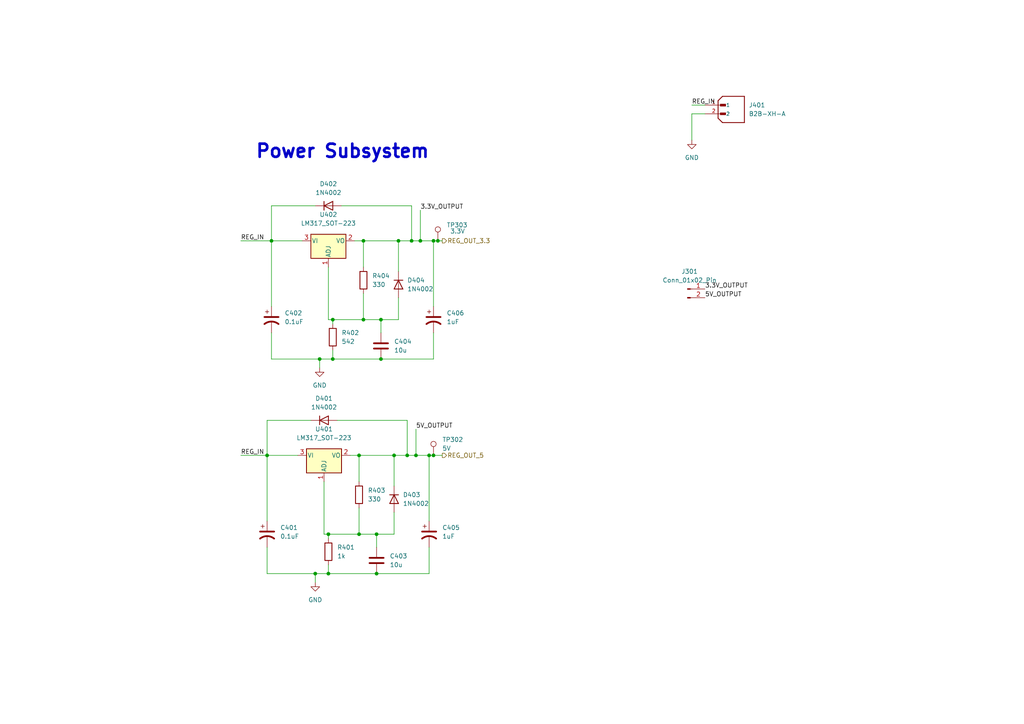
<source format=kicad_sch>
(kicad_sch (version 20250114) (generator "eeschema") (generator_version "9.0")
  (paper "A4")
  (lib_symbols
    (symbol "Battery Connector(JST-XH):B2B-XH-A" (pin_names (offset 1.016))
      (property "Reference" "J" (at -2.54 6.35 0))
      (property "Value" "B2B-XH-A" (at -2.54 -5.08 0))
      (symbol "B2B-XH-A_0_0"
        (polyline (pts (xy -3.81 3.81) (xy -3.81 -1.27)) (stroke (width 0.254)))
        (polyline (pts (xy -3.81 3.81) (xy -2.54 5.08)) (stroke (width 0.254)))
        (polyline (pts (xy -3.81 -1.27) (xy -2.54 -2.54)) (stroke (width 0.254)))
        (rectangle (start -3.175 2.2225) (end -1.5875 2.8575) (stroke (width 0.1)) (fill (type outline)))
        (rectangle (start -3.175 -0.3175) (end -1.5875 0.3175) (stroke (width 0.1)) (fill (type outline)))
        (polyline (pts (xy -2.54 -2.54) (xy 3.81 -2.54)) (stroke (width 0.254)))
        (polyline (pts (xy 3.81 5.08) (xy -2.54 5.08)) (stroke (width 0.254)))
        (polyline (pts (xy 3.81 -2.54) (xy 3.81 5.08)) (stroke (width 0.254)))
        (pin passive line (at -7.62 2.54 0) (length 5.08) (name "1") (number "1"))
        (pin passive line (at -7.62 0 0) (length 5.08) (name "2") (number "2"))
      )
    )
    (symbol "Connector:Conn_01x02_Pin" (pin_names (offset 1.016) (hide yes))
      (property "Reference" "J" (at 0 2.54 0))
      (property "Value" "Conn_01x02_Pin" (at 0 -5.08 0))
      (symbol "Conn_01x02_Pin_1_1"
        (rectangle (start 0.8636 0.127) (end 0 -0.127) (stroke (width 0.1524)) (fill (type outline)))
        (rectangle (start 0.8636 -2.413) (end 0 -2.667) (stroke (width 0.1524)) (fill (type outline)))
        (polyline (pts (xy 1.27 0) (xy 0.8636 0)) (stroke (width 0.1524)))
        (polyline (pts (xy 1.27 -2.54) (xy 0.8636 -2.54)) (stroke (width 0.1524)))
        (pin passive line (at 5.08 0 180) (length 3.81) (name "Pin_1") (number "1"))
        (pin passive line (at 5.08 -2.54 180) (length 3.81) (name "Pin_2") (number "2"))
      )
    )
    (symbol "Connector:TestPoint" (pin_numbers (hide yes)) (pin_names (offset 0.762) (hide yes))
      (property "Reference" "TP" (at 0 6.858 0))
      (property "Value" "TestPoint" (at 0 5.08 0))
      (symbol "TestPoint_0_1"
        (circle (center 0 3.302) (radius 0.762))
      )
      (symbol "TestPoint_1_1"
        (pin passive line (at 0 0 90) (length 2.54) (name "1") (number "1"))
      )
    )
    (symbol "Device:C_Polarized_US" (pin_numbers (hide yes)) (pin_names (offset 0.254) (hide yes))
      (property "Reference" "C" (at 0.635 2.54 0))
      (property "Value" "C_Polarized_US" (at 0.635 -2.54 0))
      (symbol "C_Polarized_US_0_1"
        (polyline (pts (xy -2.032 0.762) (xy 2.032 0.762)) (stroke (width 0.508)))
        (polyline (pts (xy -1.778 2.286) (xy -0.762 2.286)))
        (polyline (pts (xy -1.27 1.778) (xy -1.27 2.794)))
        (arc (start -2.032 -1.27) (mid 0 -0.5572) (end 2.032 -1.27) (stroke (width 0.508)))
      )
      (symbol "C_Polarized_US_1_1"
        (pin passive line (at 0 3.81 270) (length 2.794) (name "~") (number "1"))
        (pin passive line (at 0 -3.81 90) (length 3.302) (name "~") (number "2"))
      )
    )
    (symbol "Device:R" (pin_numbers (hide yes)) (pin_names (offset 0))
      (property "Reference" "R" (at 2.032 0 90))
      (property "Value" "R" (at 0 0 90))
      (symbol "R_0_1"
        (rectangle (start -1.016 -2.54) (end 1.016 2.54) (stroke (width 0.254)))
      )
      (symbol "R_1_1"
        (pin passive line (at 0 3.81 270) (length 1.27) (name "~") (number "1"))
        (pin passive line (at 0 -3.81 90) (length 1.27) (name "~") (number "2"))
      )
    )
    (symbol "Diode:1N4002" (pin_numbers (hide yes)) (pin_names (offset 1.016) (hide yes))
      (property "Reference" "D" (at 0 2.54 0))
      (property "Value" "1N4002" (at 0 -2.54 0))
      (symbol "1N4002_0_1"
        (polyline (pts (xy -1.27 1.27) (xy -1.27 -1.27)) (stroke (width 0.254)))
        (polyline (pts (xy 1.27 1.27) (xy 1.27 -1.27) (xy -1.27 0) (xy 1.27 1.27)) (stroke (width 0.254)))
        (polyline (pts (xy 1.27 0) (xy -1.27 0)))
      )
      (symbol "1N4002_1_1"
        (pin passive line (at -3.81 0 0) (length 2.54) (name "K") (number "1"))
        (pin passive line (at 3.81 0 180) (length 2.54) (name "A") (number "2"))
      )
    )
    (symbol "GND_1" (power) (pin_numbers (hide yes)) (pin_names (offset 0) (hide yes))
      (property "Value" "GND" (at 0 -3.81 0))
      (symbol "GND_1_0_1"
        (polyline (pts (xy 0 0) (xy 0 -1.27) (xy 1.27 -1.27) (xy 0 -2.54) (xy -1.27 -1.27) (xy 0 -1.27)))
      )
      (symbol "GND_1_1_1"
        (pin power_in line (at 0 0 270) (length 0) (name "~") (number "1"))
      )
    )
    (symbol "Regulator_Linear:LM317_SOT-223" (pin_names (offset 0.254))
      (property "Reference" "U" (at -3.81 3.175 0))
      (property "Value" "LM317_SOT-223" (at 0 3.175 0))
      (symbol "LM317_SOT-223_0_1"
        (rectangle (start -5.08 1.905) (end 5.08 -5.08) (stroke (width 0.254)) (fill (type background)))
      )
      (symbol "LM317_SOT-223_1_1"
        (pin power_in line (at -7.62 0 0) (length 2.54) (name "VI") (number "3"))
        (pin input line (at 0 -7.62 90) (length 2.54) (name "ADJ") (number "1"))
        (pin power_out line (at 7.62 0 180) (length 2.54) (name "VO") (number "2"))
      )
    )
    (symbol "basic:C" (pin_numbers (hide yes)) (pin_names (offset 0.254))
      (property "Reference" "C" (at 0.635 2.54 0))
      (symbol "C_0_1"
        (polyline (pts (xy -2.032 0.762) (xy 2.032 0.762)) (stroke (width 0.508)))
        (polyline (pts (xy -2.032 -0.762) (xy 2.032 -0.762)) (stroke (width 0.508)))
      )
      (symbol "C_1_1"
        (pin passive line (at 0 3.81 270) (length 2.794) (name "~") (number "1"))
        (pin passive line (at 0 -3.81 90) (length 2.794) (name "~") (number "2"))
      )
    )
    (symbol "power:GND" (power) (pin_names (offset 0))
      (property "Value" "GND" (at 0 -3.81 0))
      (symbol "GND_0_1"
        (polyline (pts (xy 0 0) (xy 0 -1.27) (xy 1.27 -1.27) (xy 0 -2.54) (xy -1.27 -1.27) (xy 0 -1.27)))
      )
      (symbol "GND_1_1"
        (pin power_in line (at 0 0 270) (length 0) (hide yes) (name "GND") (number "1"))
      )
    )
  )
  (text "Power Subsystem\n" (at 73.914 46.228 0) (effects (font (size 3.81 3.81) (thickness 0.762) (bold yes)) (justify left bottom)))
  (junction (at 124.46 132.08))
  (junction (at 77.47 132.08))
  (junction (at 109.22 166.37))
  (junction (at 121.92 69.85))
  (junction (at 119.38 69.85))
  (junction (at 105.41 92.71))
  (junction (at 104.14 132.08))
  (junction (at 110.49 92.71))
  (junction (at 114.3 132.08))
  (junction (at 127 69.85))
  (junction (at 96.52 104.14))
  (junction (at 118.11 132.08))
  (junction (at 91.44 166.37))
  (junction (at 110.49 104.14))
  (junction (at 115.57 69.85))
  (junction (at 92.71 104.14))
  (junction (at 95.25 166.37))
  (junction (at 78.74 69.85))
  (junction (at 125.73 69.85))
  (junction (at 109.22 154.94))
  (junction (at 96.52 92.71))
  (junction (at 95.25 154.94))
  (junction (at 105.41 69.85))
  (junction (at 125.73 132.08))
  (junction (at 104.14 154.94))
  (junction (at 120.65 132.08))
  (wire (pts (xy 96.52 101.6) (xy 96.52 104.14)))
  (wire (pts (xy 99.06 59.69) (xy 119.38 59.69)))
  (wire (pts (xy 125.73 69.85) (xy 127 69.85)))
  (wire (pts (xy 102.87 69.85) (xy 105.41 69.85)))
  (wire (pts (xy 110.49 92.71) (xy 110.49 96.52)))
  (wire (pts (xy 115.57 92.71) (xy 110.49 92.71)))
  (wire (pts (xy 105.41 69.85) (xy 105.41 77.47)))
  (wire (pts (xy 92.71 104.14) (xy 92.71 106.68)))
  (wire (pts (xy 114.3 148.59) (xy 114.3 154.94)))
  (wire (pts (xy 101.6 132.08) (xy 104.14 132.08)))
  (wire (pts (xy 97.79 121.92) (xy 118.11 121.92)))
  (wire (pts (xy 124.46 132.08) (xy 124.46 151.13)))
  (wire (pts (xy 95.25 166.37) (xy 109.22 166.37)))
  (wire (pts (xy 96.52 92.71) (xy 105.41 92.71)))
  (wire (pts (xy 124.46 132.08) (xy 125.73 132.08)))
  (wire (pts (xy 115.57 86.36) (xy 115.57 92.71)))
  (wire (pts (xy 121.92 60.96) (xy 121.92 69.85)))
  (wire (pts (xy 125.73 132.08) (xy 128.27 132.08)))
  (wire (pts (xy 104.14 132.08) (xy 114.3 132.08)))
  (wire (pts (xy 96.52 104.14) (xy 110.49 104.14)))
  (wire (pts (xy 120.65 132.08) (xy 124.46 132.08)))
  (wire (pts (xy 77.47 121.92) (xy 77.47 132.08)))
  (wire (pts (xy 118.11 132.08) (xy 120.65 132.08)))
  (wire (pts (xy 78.74 59.69) (xy 78.74 69.85)))
  (wire (pts (xy 92.71 104.14) (xy 96.52 104.14)))
  (wire (pts (xy 115.57 69.85) (xy 115.57 78.74)))
  (wire (pts (xy 120.65 124.46) (xy 120.65 132.08)))
  (wire (pts (xy 104.14 147.32) (xy 104.14 154.94)))
  (wire (pts (xy 119.38 69.85) (xy 121.92 69.85)))
  (wire (pts (xy 127 69.85) (xy 128.27 69.85)))
  (wire (pts (xy 95.25 154.94) (xy 95.25 156.21)))
  (wire (pts (xy 105.41 92.71) (xy 110.49 92.71)))
  (wire (pts (xy 104.14 154.94) (xy 109.22 154.94)))
  (wire (pts (xy 95.25 77.47) (xy 95.25 92.71)))
  (wire (pts (xy 90.17 121.92) (xy 77.47 121.92)))
  (wire (pts (xy 95.25 92.71) (xy 96.52 92.71)))
  (wire (pts (xy 95.25 163.83) (xy 95.25 166.37)))
  (wire (pts (xy 77.47 132.08) (xy 77.47 151.13)))
  (wire (pts (xy 96.52 92.71) (xy 96.52 93.98)))
  (wire (pts (xy 95.25 154.94) (xy 104.14 154.94)))
  (wire (pts (xy 109.22 166.37) (xy 124.46 166.37)))
  (wire (pts (xy 104.14 132.08) (xy 104.14 139.7)))
  (wire (pts (xy 78.74 96.52) (xy 78.74 104.14)))
  (wire (pts (xy 118.11 121.92) (xy 118.11 132.08)))
  (wire (pts (xy 114.3 132.08) (xy 118.11 132.08)))
  (wire (pts (xy 77.47 158.75) (xy 77.47 166.37)))
  (wire (pts (xy 119.38 59.69) (xy 119.38 69.85)))
  (wire (pts (xy 93.98 154.94) (xy 95.25 154.94)))
  (wire (pts (xy 105.41 85.09) (xy 105.41 92.71)))
  (wire (pts (xy 110.49 104.14) (xy 125.73 104.14)))
  (wire (pts (xy 114.3 154.94) (xy 109.22 154.94)))
  (wire (pts (xy 204.47 30.48) (xy 200.66 30.48)))
  (wire (pts (xy 114.3 132.08) (xy 114.3 140.97)))
  (wire (pts (xy 125.73 96.52) (xy 125.73 104.14)))
  (wire (pts (xy 77.47 132.08) (xy 86.36 132.08)))
  (wire (pts (xy 91.44 59.69) (xy 78.74 59.69)))
  (wire (pts (xy 200.66 33.02) (xy 200.66 40.64)))
  (wire (pts (xy 115.57 69.85) (xy 119.38 69.85)))
  (wire (pts (xy 125.73 69.85) (xy 125.73 88.9)))
  (wire (pts (xy 69.85 69.85) (xy 78.74 69.85)))
  (wire (pts (xy 77.47 166.37) (xy 91.44 166.37)))
  (wire (pts (xy 78.74 104.14) (xy 92.71 104.14)))
  (wire (pts (xy 109.22 154.94) (xy 109.22 158.75)))
  (wire (pts (xy 69.85 132.08) (xy 77.47 132.08)))
  (wire (pts (xy 124.46 158.75) (xy 124.46 166.37)))
  (wire (pts (xy 105.41 69.85) (xy 115.57 69.85)))
  (wire (pts (xy 78.74 69.85) (xy 87.63 69.85)))
  (wire (pts (xy 91.44 166.37) (xy 91.44 168.91)))
  (wire (pts (xy 78.74 69.85) (xy 78.74 88.9)))
  (wire (pts (xy 121.92 69.85) (xy 125.73 69.85)))
  (wire (pts (xy 91.44 166.37) (xy 95.25 166.37)))
  (wire (pts (xy 204.47 33.02) (xy 200.66 33.02)))
  (wire (pts (xy 93.98 139.7) (xy 93.98 154.94)))
  (label "REG_IN" (at 200.66 30.48 0))
  (label "REG_IN" (at 69.85 132.08 0))
  (label "5V_OUTPUT" (at 204.47 86.36 0))
  (label "5V_OUTPUT" (at 120.65 124.46 0))
  (label "3.3V_OUTPUT" (at 204.47 83.82 0))
  (label "3.3V_OUTPUT" (at 121.92 60.96 0))
  (label "REG_IN" (at 69.85 69.85 0))
  (hierarchical_label "REG_OUT_5" (shape output) (at 128.27 132.08 0))
  (hierarchical_label "REG_OUT_3.3" (shape output) (at 128.27 69.85 0))
  (symbol (lib_id "Device:R") (at 95.25 160.02 0) (unit 1)
    (property "Reference" "R401" (at 97.79 158.7499 0) (effects (justify left)))
    (property "Value" "1k" (at 97.79 161.2899 0) (effects (justify left)))
    (property "Footprint" "Resistor_SMD:R_0805_2012Metric_Pad1.20x1.40mm_HandSolder" (effects (hide yes)))
  )
  (symbol (lib_id "Diode:1N4002") (at 95.25 59.69 0) (unit 1)
    (property "Reference" "D402" (at 95.25 53.34 0))
    (property "Value" "1N4002" (at 95.25 55.88 0))
    (property "Footprint" "Diode_THT:D_DO-41_SOD81_P10.16mm_Horizontal" (effects (hide yes)))
    (property "Datasheet" "http://www.vishay.com/docs/88503/1n4001.pdf" (effects (hide yes)))
  )
  (symbol (lib_id "Device:C_Polarized_US") (at 125.73 92.71 0) (unit 1)
    (property "Reference" "C406" (at 129.54 90.8049 0) (effects (justify left)))
    (property "Value" "1uF" (at 129.54 93.3449 0) (effects (justify left)))
    (property "Footprint" "Capacitor_SMD:C_0603_1608Metric_Pad1.08x0.95mm_HandSolder" (effects (hide yes)))
  )
  (symbol (lib_id "Device:C_Polarized_US") (at 77.47 154.94 0) (unit 1)
    (property "Reference" "C401" (at 81.28 153.0349 0) (effects (justify left)))
    (property "Value" "0.1uF" (at 81.28 155.5749 0) (effects (justify left)))
    (property "Footprint" "Capacitor_SMD:C_0603_1608Metric_Pad1.08x0.95mm_HandSolder" (effects (hide yes)))
  )
  (symbol (lib_id "Regulator_Linear:LM317_SOT-223") (at 93.98 132.08 0) (unit 1)
    (property "Reference" "U401" (at 93.98 124.46 0))
    (property "Value" "LM317_SOT-223" (at 93.98 127 0))
    (property "Footprint" "Package_TO_SOT_SMD:SOT-223-3_TabPin2" (effects (hide yes)))
    (property "Datasheet" "http://www.ti.com/lit/ds/symlink/lm317.pdf" (effects (hide yes)))
  )
  (symbol (lib_id "Diode:1N4002") (at 93.98 121.92 0) (unit 1)
    (property "Reference" "D401" (at 93.98 115.57 0))
    (property "Value" "1N4002" (at 93.98 118.11 0))
    (property "Footprint" "Diode_THT:D_DO-41_SOD81_P10.16mm_Horizontal" (effects (hide yes)))
    (property "Datasheet" "http://www.vishay.com/docs/88503/1n4001.pdf" (effects (hide yes)))
  )
  (symbol (lib_id "Diode:1N4002") (at 114.3 144.78 270) (unit 1)
    (property "Reference" "D403" (at 116.84 143.5099 90) (effects (justify left)))
    (property "Value" "1N4002" (at 116.84 146.0499 90) (effects (justify left)))
    (property "Footprint" "Diode_THT:D_DO-41_SOD81_P10.16mm_Horizontal" (effects (hide yes)))
    (property "Datasheet" "http://www.vishay.com/docs/88503/1n4001.pdf" (effects (hide yes)))
  )
  (symbol (lib_id "power:GND") (at 91.44 168.91 0) (unit 1)
    (property "Reference" "#PWR0130" (effects (hide yes)))
    (property "Value" "GND" (at 91.44 173.99 0))
  )
  (symbol (lib_id "Device:R") (at 105.41 81.28 0) (unit 1)
    (property "Reference" "R404" (at 107.95 80.0099 0) (effects (justify left)))
    (property "Value" "330" (at 107.95 82.5499 0) (effects (justify left)))
    (property "Footprint" "Resistor_SMD:R_0805_2012Metric_Pad1.20x1.40mm_HandSolder" (effects (hide yes)))
  )
  (symbol (lib_id "Device:C_Polarized_US") (at 78.74 92.71 0) (unit 1)
    (property "Reference" "C402" (at 82.55 90.8049 0) (effects (justify left)))
    (property "Value" "0.1uF" (at 82.55 93.3449 0) (effects (justify left)))
    (property "Footprint" "Capacitor_SMD:C_0603_1608Metric_Pad1.08x0.95mm_HandSolder" (effects (hide yes)))
  )
  (symbol (lib_id "Regulator_Linear:LM317_SOT-223") (at 95.25 69.85 0) (unit 1)
    (property "Reference" "U402" (at 95.25 62.23 0))
    (property "Value" "LM317_SOT-223" (at 95.25 64.77 0))
    (property "Footprint" "Package_TO_SOT_SMD:SOT-223-3_TabPin2" (effects (hide yes)))
    (property "Datasheet" "http://www.ti.com/lit/ds/symlink/lm317.pdf" (effects (hide yes)))
  )
  (symbol (lib_id "Connector:TestPoint") (at 125.73 132.08 0) (unit 1)
    (property "Reference" "TP302" (at 128.27 127.5079 0) (effects (justify left)))
    (property "Value" "5V" (at 128.27 130.0479 0) (effects (justify left)))
    (property "Footprint" "TestPoint:TestPoint_Keystone_5000-5004_Miniature" (effects (hide yes)))
  )
  (symbol (lib_id "Connector:TestPoint") (at 127 69.85 0) (unit 1)
    (property "Reference" "TP303" (at 129.54 65.2779 0) (effects (justify left)))
    (property "Value" "3.3V" (at 130.556 67.056 0) (effects (justify left)))
    (property "Footprint" "TestPoint:TestPoint_Keystone_5000-5004_Miniature" (effects (hide yes)))
  )
  (symbol (lib_id "Battery Connector(JST-XH):B2B-XH-A") (at 212.09 33.02 0) (unit 1)
    (property "Reference" "J401" (at 217.17 30.4799 0) (effects (justify left)))
    (property "Value" "B2B-XH-A" (at 217.17 33.0199 0) (effects (justify left)))
    (property "Footprint" "B2B_XH_A:JST_B2B-XH-A" (effects (hide yes)))
    (property "PARTREV" "N/A" (effects (hide yes)))
    (property "STANDARD" "Manufacturer Recommendations" (effects (hide yes)))
    (property "MAXIMUM_PACKAGE_HEIGHT" "7 mm" (effects (hide yes)))
    (property "MANUFACTURER" "JST Sales America Inc." (effects (hide yes)))
  )
  (symbol (lib_id "Connector:Conn_01x02_Pin") (at 199.39 83.82 0) (unit 1)
    (property "Reference" "J301" (at 200.025 78.74 0))
    (property "Value" "Conn_01x02_Pin" (at 200.025 81.28 0))
    (property "Footprint" "Connector_PinHeader_2.54mm:PinHeader_1x02_P2.54mm_Vertical" (effects (hide yes)))
    (property "Description" "Generic connector, single row, 01x02, script generated" (effects (hide yes)))
  )
  (symbol (lib_id "Device:R") (at 104.14 143.51 0) (unit 1)
    (property "Reference" "R403" (at 106.68 142.2399 0) (effects (justify left)))
    (property "Value" "330" (at 106.68 144.7799 0) (effects (justify left)))
    (property "Footprint" "Resistor_SMD:R_0805_2012Metric_Pad1.20x1.40mm_HandSolder" (effects (hide yes)))
  )
  (symbol (lib_id "Diode:1N4002") (at 115.57 82.55 270) (unit 1)
    (property "Reference" "D404" (at 118.11 81.2799 90) (effects (justify left)))
    (property "Value" "1N4002" (at 118.11 83.8199 90) (effects (justify left)))
    (property "Footprint" "Diode_THT:D_DO-41_SOD81_P10.16mm_Horizontal" (effects (hide yes)))
    (property "Datasheet" "http://www.vishay.com/docs/88503/1n4001.pdf" (effects (hide yes)))
  )
  (symbol (lib_id "basic:C") (at 109.22 162.56 0) (unit 1)
    (property "Reference" "C403" (at 113.03 161.2899 0) (effects (justify left)))
    (property "Value" "10u" (at 113.03 163.8299 0) (effects (justify left)))
    (property "Footprint" "Capacitor_SMD:C_0603_1608Metric_Pad1.08x0.95mm_HandSolder" (effects (hide yes)))
  )
  (symbol (lib_id "Device:R") (at 96.52 97.79 0) (unit 1)
    (property "Reference" "R402" (at 99.06 96.5199 0) (effects (justify left)))
    (property "Value" "542" (at 99.06 99.0599 0) (effects (justify left)))
    (property "Footprint" "Resistor_SMD:R_0805_2012Metric_Pad1.20x1.40mm_HandSolder" (effects (hide yes)))
  )
  (symbol (lib_id "basic:C") (at 110.49 100.33 0) (unit 1)
    (property "Reference" "C404" (at 114.3 99.0599 0) (effects (justify left)))
    (property "Value" "10u" (at 114.3 101.5999 0) (effects (justify left)))
    (property "Footprint" "Capacitor_SMD:C_0603_1608Metric_Pad1.08x0.95mm_HandSolder" (effects (hide yes)))
  )
  (symbol (lib_id "Device:C_Polarized_US") (at 124.46 154.94 0) (unit 1)
    (property "Reference" "C405" (at 128.27 153.0349 0) (effects (justify left)))
    (property "Value" "1uF" (at 128.27 155.5749 0) (effects (justify left)))
    (property "Footprint" "Capacitor_SMD:C_0603_1608Metric_Pad1.08x0.95mm_HandSolder" (effects (hide yes)))
  )
  (symbol (lib_id "power:GND") (at 92.71 106.68 0) (unit 1)
    (property "Reference" "#PWR0131" (effects (hide yes)))
    (property "Value" "GND" (at 92.71 111.76 0))
  )
  (symbol (lib_name "GND_1") (lib_id "power:GND") (at 200.66 40.64 0) (unit 1)
    (property "Reference" "#PWR0401" (effects (hide yes)))
    (property "Value" "GND" (at 200.66 45.72 0))
    (property "Description" "Power symbol creates a global label with name \"GND\" , ground" (effects (hide yes)))
  )
)
</source>
